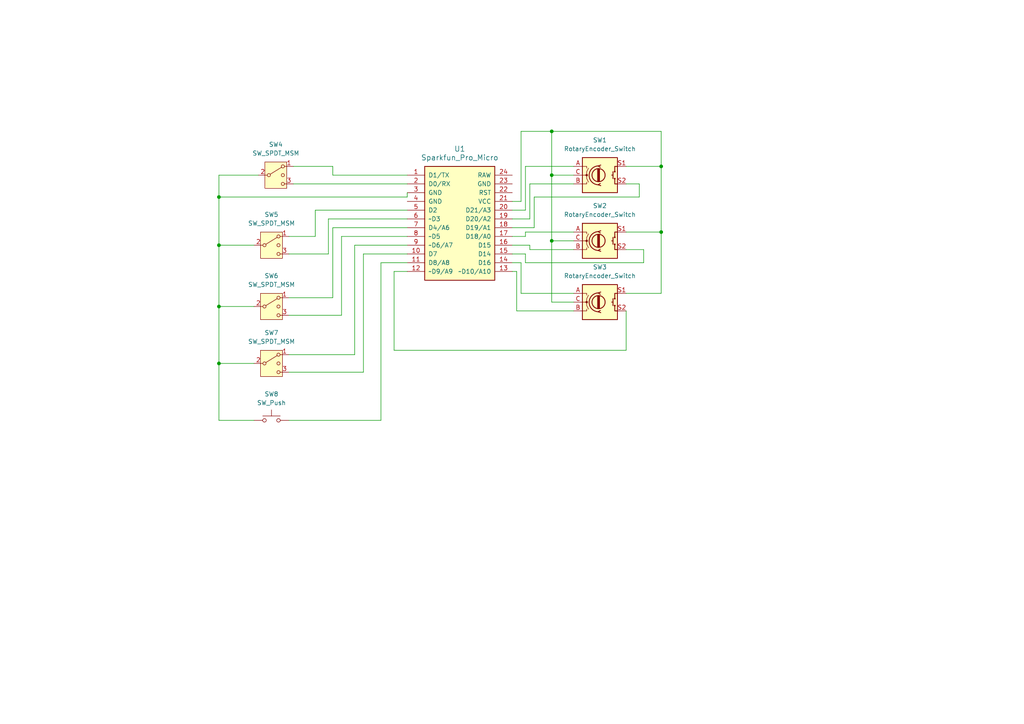
<source format=kicad_sch>
(kicad_sch
	(version 20231120)
	(generator "eeschema")
	(generator_version "8.0")
	(uuid "1e0e1b28-f6bb-4218-ab83-9b1d927bd31c")
	(paper "A4")
	(lib_symbols
		(symbol "Arduino:Sparkfun_Pro_Micro"
			(pin_names
				(offset 1.016)
			)
			(exclude_from_sim no)
			(in_bom yes)
			(on_board yes)
			(property "Reference" "U"
				(at -8.89 21.59 0)
				(effects
					(font
						(size 1.524 1.524)
					)
				)
			)
			(property "Value" "Sparkfun_Pro_Micro"
				(at 0 19.05 0)
				(effects
					(font
						(size 1.524 1.524)
					)
				)
			)
			(property "Footprint" "Arduino:Sparkfun_Pro_Micro"
				(at 0 -16.51 0)
				(effects
					(font
						(size 1.524 1.524)
					)
					(hide yes)
				)
			)
			(property "Datasheet" "https://www.sparkfun.com/products/12640"
				(at 2.54 -26.67 0)
				(effects
					(font
						(size 1.524 1.524)
					)
					(hide yes)
				)
			)
			(property "Description" "Sparkfun Pro Micro"
				(at 0 0 0)
				(effects
					(font
						(size 1.27 1.27)
					)
					(hide yes)
				)
			)
			(property "ki_keywords" "Arduino Sparkfun pro micro microcontroller module USB"
				(at 0 0 0)
				(effects
					(font
						(size 1.27 1.27)
					)
					(hide yes)
				)
			)
			(symbol "Sparkfun_Pro_Micro_0_1"
				(rectangle
					(start -10.16 17.78)
					(end 10.16 -15.24)
					(stroke
						(width 0.254)
						(type solid)
					)
					(fill
						(type background)
					)
				)
			)
			(symbol "Sparkfun_Pro_Micro_1_1"
				(pin bidirectional line
					(at -15.24 15.24 0)
					(length 5.08)
					(name "D1/TX"
						(effects
							(font
								(size 1.27 1.27)
							)
						)
					)
					(number "1"
						(effects
							(font
								(size 1.27 1.27)
							)
						)
					)
				)
				(pin bidirectional line
					(at -15.24 -7.62 0)
					(length 5.08)
					(name "D7"
						(effects
							(font
								(size 1.27 1.27)
							)
						)
					)
					(number "10"
						(effects
							(font
								(size 1.27 1.27)
							)
						)
					)
				)
				(pin bidirectional line
					(at -15.24 -10.16 0)
					(length 5.08)
					(name "D8/A8"
						(effects
							(font
								(size 1.27 1.27)
							)
						)
					)
					(number "11"
						(effects
							(font
								(size 1.27 1.27)
							)
						)
					)
				)
				(pin bidirectional line
					(at -15.24 -12.7 0)
					(length 5.08)
					(name "~D9/A9"
						(effects
							(font
								(size 1.27 1.27)
							)
						)
					)
					(number "12"
						(effects
							(font
								(size 1.27 1.27)
							)
						)
					)
				)
				(pin bidirectional line
					(at 15.24 -12.7 180)
					(length 5.08)
					(name "~D10/A10"
						(effects
							(font
								(size 1.27 1.27)
							)
						)
					)
					(number "13"
						(effects
							(font
								(size 1.27 1.27)
							)
						)
					)
				)
				(pin bidirectional line
					(at 15.24 -10.16 180)
					(length 5.08)
					(name "D16"
						(effects
							(font
								(size 1.27 1.27)
							)
						)
					)
					(number "14"
						(effects
							(font
								(size 1.27 1.27)
							)
						)
					)
				)
				(pin bidirectional line
					(at 15.24 -7.62 180)
					(length 5.08)
					(name "D14"
						(effects
							(font
								(size 1.27 1.27)
							)
						)
					)
					(number "15"
						(effects
							(font
								(size 1.27 1.27)
							)
						)
					)
				)
				(pin bidirectional line
					(at 15.24 -5.08 180)
					(length 5.08)
					(name "D15"
						(effects
							(font
								(size 1.27 1.27)
							)
						)
					)
					(number "16"
						(effects
							(font
								(size 1.27 1.27)
							)
						)
					)
				)
				(pin bidirectional line
					(at 15.24 -2.54 180)
					(length 5.08)
					(name "D18/A0"
						(effects
							(font
								(size 1.27 1.27)
							)
						)
					)
					(number "17"
						(effects
							(font
								(size 1.27 1.27)
							)
						)
					)
				)
				(pin bidirectional line
					(at 15.24 0 180)
					(length 5.08)
					(name "D19/A1"
						(effects
							(font
								(size 1.27 1.27)
							)
						)
					)
					(number "18"
						(effects
							(font
								(size 1.27 1.27)
							)
						)
					)
				)
				(pin bidirectional line
					(at 15.24 2.54 180)
					(length 5.08)
					(name "D20/A2"
						(effects
							(font
								(size 1.27 1.27)
							)
						)
					)
					(number "19"
						(effects
							(font
								(size 1.27 1.27)
							)
						)
					)
				)
				(pin bidirectional line
					(at -15.24 12.7 0)
					(length 5.08)
					(name "D0/RX"
						(effects
							(font
								(size 1.27 1.27)
							)
						)
					)
					(number "2"
						(effects
							(font
								(size 1.27 1.27)
							)
						)
					)
				)
				(pin bidirectional line
					(at 15.24 5.08 180)
					(length 5.08)
					(name "D21/A3"
						(effects
							(font
								(size 1.27 1.27)
							)
						)
					)
					(number "20"
						(effects
							(font
								(size 1.27 1.27)
							)
						)
					)
				)
				(pin power_in line
					(at 15.24 7.62 180)
					(length 5.08)
					(name "VCC"
						(effects
							(font
								(size 1.27 1.27)
							)
						)
					)
					(number "21"
						(effects
							(font
								(size 1.27 1.27)
							)
						)
					)
				)
				(pin input line
					(at 15.24 10.16 180)
					(length 5.08)
					(name "RST"
						(effects
							(font
								(size 1.27 1.27)
							)
						)
					)
					(number "22"
						(effects
							(font
								(size 1.27 1.27)
							)
						)
					)
				)
				(pin power_in line
					(at 15.24 12.7 180)
					(length 5.08)
					(name "GND"
						(effects
							(font
								(size 1.27 1.27)
							)
						)
					)
					(number "23"
						(effects
							(font
								(size 1.27 1.27)
							)
						)
					)
				)
				(pin power_in line
					(at 15.24 15.24 180)
					(length 5.08)
					(name "RAW"
						(effects
							(font
								(size 1.27 1.27)
							)
						)
					)
					(number "24"
						(effects
							(font
								(size 1.27 1.27)
							)
						)
					)
				)
				(pin power_in line
					(at -15.24 10.16 0)
					(length 5.08)
					(name "GND"
						(effects
							(font
								(size 1.27 1.27)
							)
						)
					)
					(number "3"
						(effects
							(font
								(size 1.27 1.27)
							)
						)
					)
				)
				(pin power_in line
					(at -15.24 7.62 0)
					(length 5.08)
					(name "GND"
						(effects
							(font
								(size 1.27 1.27)
							)
						)
					)
					(number "4"
						(effects
							(font
								(size 1.27 1.27)
							)
						)
					)
				)
				(pin bidirectional line
					(at -15.24 5.08 0)
					(length 5.08)
					(name "D2"
						(effects
							(font
								(size 1.27 1.27)
							)
						)
					)
					(number "5"
						(effects
							(font
								(size 1.27 1.27)
							)
						)
					)
				)
				(pin bidirectional line
					(at -15.24 2.54 0)
					(length 5.08)
					(name "~D3"
						(effects
							(font
								(size 1.27 1.27)
							)
						)
					)
					(number "6"
						(effects
							(font
								(size 1.27 1.27)
							)
						)
					)
				)
				(pin bidirectional line
					(at -15.24 0 0)
					(length 5.08)
					(name "D4/A6"
						(effects
							(font
								(size 1.27 1.27)
							)
						)
					)
					(number "7"
						(effects
							(font
								(size 1.27 1.27)
							)
						)
					)
				)
				(pin bidirectional line
					(at -15.24 -2.54 0)
					(length 5.08)
					(name "~D5"
						(effects
							(font
								(size 1.27 1.27)
							)
						)
					)
					(number "8"
						(effects
							(font
								(size 1.27 1.27)
							)
						)
					)
				)
				(pin bidirectional line
					(at -15.24 -5.08 0)
					(length 5.08)
					(name "~D6/A7"
						(effects
							(font
								(size 1.27 1.27)
							)
						)
					)
					(number "9"
						(effects
							(font
								(size 1.27 1.27)
							)
						)
					)
				)
			)
		)
		(symbol "Device:RotaryEncoder_Switch"
			(pin_names
				(offset 0.254) hide)
			(exclude_from_sim no)
			(in_bom yes)
			(on_board yes)
			(property "Reference" "SW"
				(at 0 6.604 0)
				(effects
					(font
						(size 1.27 1.27)
					)
				)
			)
			(property "Value" "RotaryEncoder_Switch"
				(at 0 -6.604 0)
				(effects
					(font
						(size 1.27 1.27)
					)
				)
			)
			(property "Footprint" ""
				(at -3.81 4.064 0)
				(effects
					(font
						(size 1.27 1.27)
					)
					(hide yes)
				)
			)
			(property "Datasheet" "~"
				(at 0 6.604 0)
				(effects
					(font
						(size 1.27 1.27)
					)
					(hide yes)
				)
			)
			(property "Description" "Rotary encoder, dual channel, incremental quadrate outputs, with switch"
				(at 0 0 0)
				(effects
					(font
						(size 1.27 1.27)
					)
					(hide yes)
				)
			)
			(property "ki_keywords" "rotary switch encoder switch push button"
				(at 0 0 0)
				(effects
					(font
						(size 1.27 1.27)
					)
					(hide yes)
				)
			)
			(property "ki_fp_filters" "RotaryEncoder*Switch*"
				(at 0 0 0)
				(effects
					(font
						(size 1.27 1.27)
					)
					(hide yes)
				)
			)
			(symbol "RotaryEncoder_Switch_0_1"
				(rectangle
					(start -5.08 5.08)
					(end 5.08 -5.08)
					(stroke
						(width 0.254)
						(type default)
					)
					(fill
						(type background)
					)
				)
				(circle
					(center -3.81 0)
					(radius 0.254)
					(stroke
						(width 0)
						(type default)
					)
					(fill
						(type outline)
					)
				)
				(circle
					(center -0.381 0)
					(radius 1.905)
					(stroke
						(width 0.254)
						(type default)
					)
					(fill
						(type none)
					)
				)
				(arc
					(start -0.381 2.667)
					(mid -3.0988 -0.0635)
					(end -0.381 -2.794)
					(stroke
						(width 0.254)
						(type default)
					)
					(fill
						(type none)
					)
				)
				(polyline
					(pts
						(xy -0.635 -1.778) (xy -0.635 1.778)
					)
					(stroke
						(width 0.254)
						(type default)
					)
					(fill
						(type none)
					)
				)
				(polyline
					(pts
						(xy -0.381 -1.778) (xy -0.381 1.778)
					)
					(stroke
						(width 0.254)
						(type default)
					)
					(fill
						(type none)
					)
				)
				(polyline
					(pts
						(xy -0.127 1.778) (xy -0.127 -1.778)
					)
					(stroke
						(width 0.254)
						(type default)
					)
					(fill
						(type none)
					)
				)
				(polyline
					(pts
						(xy 3.81 0) (xy 3.429 0)
					)
					(stroke
						(width 0.254)
						(type default)
					)
					(fill
						(type none)
					)
				)
				(polyline
					(pts
						(xy 3.81 1.016) (xy 3.81 -1.016)
					)
					(stroke
						(width 0.254)
						(type default)
					)
					(fill
						(type none)
					)
				)
				(polyline
					(pts
						(xy -5.08 -2.54) (xy -3.81 -2.54) (xy -3.81 -2.032)
					)
					(stroke
						(width 0)
						(type default)
					)
					(fill
						(type none)
					)
				)
				(polyline
					(pts
						(xy -5.08 2.54) (xy -3.81 2.54) (xy -3.81 2.032)
					)
					(stroke
						(width 0)
						(type default)
					)
					(fill
						(type none)
					)
				)
				(polyline
					(pts
						(xy 0.254 -3.048) (xy -0.508 -2.794) (xy 0.127 -2.413)
					)
					(stroke
						(width 0.254)
						(type default)
					)
					(fill
						(type none)
					)
				)
				(polyline
					(pts
						(xy 0.254 2.921) (xy -0.508 2.667) (xy 0.127 2.286)
					)
					(stroke
						(width 0.254)
						(type default)
					)
					(fill
						(type none)
					)
				)
				(polyline
					(pts
						(xy 5.08 -2.54) (xy 4.318 -2.54) (xy 4.318 -1.016)
					)
					(stroke
						(width 0.254)
						(type default)
					)
					(fill
						(type none)
					)
				)
				(polyline
					(pts
						(xy 5.08 2.54) (xy 4.318 2.54) (xy 4.318 1.016)
					)
					(stroke
						(width 0.254)
						(type default)
					)
					(fill
						(type none)
					)
				)
				(polyline
					(pts
						(xy -5.08 0) (xy -3.81 0) (xy -3.81 -1.016) (xy -3.302 -2.032)
					)
					(stroke
						(width 0)
						(type default)
					)
					(fill
						(type none)
					)
				)
				(polyline
					(pts
						(xy -4.318 0) (xy -3.81 0) (xy -3.81 1.016) (xy -3.302 2.032)
					)
					(stroke
						(width 0)
						(type default)
					)
					(fill
						(type none)
					)
				)
				(circle
					(center 4.318 -1.016)
					(radius 0.127)
					(stroke
						(width 0.254)
						(type default)
					)
					(fill
						(type none)
					)
				)
				(circle
					(center 4.318 1.016)
					(radius 0.127)
					(stroke
						(width 0.254)
						(type default)
					)
					(fill
						(type none)
					)
				)
			)
			(symbol "RotaryEncoder_Switch_1_1"
				(pin passive line
					(at -7.62 2.54 0)
					(length 2.54)
					(name "A"
						(effects
							(font
								(size 1.27 1.27)
							)
						)
					)
					(number "A"
						(effects
							(font
								(size 1.27 1.27)
							)
						)
					)
				)
				(pin passive line
					(at -7.62 -2.54 0)
					(length 2.54)
					(name "B"
						(effects
							(font
								(size 1.27 1.27)
							)
						)
					)
					(number "B"
						(effects
							(font
								(size 1.27 1.27)
							)
						)
					)
				)
				(pin passive line
					(at -7.62 0 0)
					(length 2.54)
					(name "C"
						(effects
							(font
								(size 1.27 1.27)
							)
						)
					)
					(number "C"
						(effects
							(font
								(size 1.27 1.27)
							)
						)
					)
				)
				(pin passive line
					(at 7.62 2.54 180)
					(length 2.54)
					(name "S1"
						(effects
							(font
								(size 1.27 1.27)
							)
						)
					)
					(number "S1"
						(effects
							(font
								(size 1.27 1.27)
							)
						)
					)
				)
				(pin passive line
					(at 7.62 -2.54 180)
					(length 2.54)
					(name "S2"
						(effects
							(font
								(size 1.27 1.27)
							)
						)
					)
					(number "S2"
						(effects
							(font
								(size 1.27 1.27)
							)
						)
					)
				)
			)
		)
		(symbol "Switch:SW_Push"
			(pin_numbers hide)
			(pin_names
				(offset 1.016) hide)
			(exclude_from_sim no)
			(in_bom yes)
			(on_board yes)
			(property "Reference" "SW"
				(at 1.27 2.54 0)
				(effects
					(font
						(size 1.27 1.27)
					)
					(justify left)
				)
			)
			(property "Value" "SW_Push"
				(at 0 -1.524 0)
				(effects
					(font
						(size 1.27 1.27)
					)
				)
			)
			(property "Footprint" ""
				(at 0 5.08 0)
				(effects
					(font
						(size 1.27 1.27)
					)
					(hide yes)
				)
			)
			(property "Datasheet" "~"
				(at 0 5.08 0)
				(effects
					(font
						(size 1.27 1.27)
					)
					(hide yes)
				)
			)
			(property "Description" "Push button switch, generic, two pins"
				(at 0 0 0)
				(effects
					(font
						(size 1.27 1.27)
					)
					(hide yes)
				)
			)
			(property "ki_keywords" "switch normally-open pushbutton push-button"
				(at 0 0 0)
				(effects
					(font
						(size 1.27 1.27)
					)
					(hide yes)
				)
			)
			(symbol "SW_Push_0_1"
				(circle
					(center -2.032 0)
					(radius 0.508)
					(stroke
						(width 0)
						(type default)
					)
					(fill
						(type none)
					)
				)
				(polyline
					(pts
						(xy 0 1.27) (xy 0 3.048)
					)
					(stroke
						(width 0)
						(type default)
					)
					(fill
						(type none)
					)
				)
				(polyline
					(pts
						(xy 2.54 1.27) (xy -2.54 1.27)
					)
					(stroke
						(width 0)
						(type default)
					)
					(fill
						(type none)
					)
				)
				(circle
					(center 2.032 0)
					(radius 0.508)
					(stroke
						(width 0)
						(type default)
					)
					(fill
						(type none)
					)
				)
				(pin passive line
					(at -5.08 0 0)
					(length 2.54)
					(name "1"
						(effects
							(font
								(size 1.27 1.27)
							)
						)
					)
					(number "1"
						(effects
							(font
								(size 1.27 1.27)
							)
						)
					)
				)
				(pin passive line
					(at 5.08 0 180)
					(length 2.54)
					(name "2"
						(effects
							(font
								(size 1.27 1.27)
							)
						)
					)
					(number "2"
						(effects
							(font
								(size 1.27 1.27)
							)
						)
					)
				)
			)
		)
		(symbol "Switch:SW_SPDT_MSM"
			(pin_names
				(offset 0) hide)
			(exclude_from_sim no)
			(in_bom yes)
			(on_board yes)
			(property "Reference" "SW"
				(at 0 5.08 0)
				(effects
					(font
						(size 1.27 1.27)
					)
				)
			)
			(property "Value" "SW_SPDT_MSM"
				(at 0 -5.08 0)
				(effects
					(font
						(size 1.27 1.27)
					)
				)
			)
			(property "Footprint" ""
				(at -13.97 11.43 0)
				(effects
					(font
						(size 1.27 1.27)
					)
					(hide yes)
				)
			)
			(property "Datasheet" "~"
				(at 0 -7.62 0)
				(effects
					(font
						(size 1.27 1.27)
					)
					(hide yes)
				)
			)
			(property "Description" "Switch, single pole double throw, center OFF position"
				(at 0 0 0)
				(effects
					(font
						(size 1.27 1.27)
					)
					(hide yes)
				)
			)
			(property "ki_keywords" "switch spdt single-pole double-throw ON-OFF-ON"
				(at 0 0 0)
				(effects
					(font
						(size 1.27 1.27)
					)
					(hide yes)
				)
			)
			(symbol "SW_SPDT_MSM_0_1"
				(circle
					(center -2.032 0)
					(radius 0.4572)
					(stroke
						(width 0)
						(type default)
					)
					(fill
						(type none)
					)
				)
				(polyline
					(pts
						(xy -1.651 0.254) (xy 1.651 2.286)
					)
					(stroke
						(width 0)
						(type default)
					)
					(fill
						(type none)
					)
				)
				(circle
					(center 2.032 -2.54)
					(radius 0.4572)
					(stroke
						(width 0)
						(type default)
					)
					(fill
						(type none)
					)
				)
				(circle
					(center 2.032 0)
					(radius 0.4572)
					(stroke
						(width 0)
						(type default)
					)
					(fill
						(type none)
					)
				)
				(circle
					(center 2.032 2.54)
					(radius 0.4572)
					(stroke
						(width 0)
						(type default)
					)
					(fill
						(type none)
					)
				)
			)
			(symbol "SW_SPDT_MSM_1_1"
				(rectangle
					(start -3.175 3.81)
					(end 3.175 -3.81)
					(stroke
						(width 0)
						(type default)
					)
					(fill
						(type background)
					)
				)
				(pin passive line
					(at 5.08 2.54 180)
					(length 2.54)
					(name "1"
						(effects
							(font
								(size 1.27 1.27)
							)
						)
					)
					(number "1"
						(effects
							(font
								(size 1.27 1.27)
							)
						)
					)
				)
				(pin passive line
					(at -5.08 0 0)
					(length 2.54)
					(name "3"
						(effects
							(font
								(size 1.27 1.27)
							)
						)
					)
					(number "2"
						(effects
							(font
								(size 1.27 1.27)
							)
						)
					)
				)
				(pin passive line
					(at 5.08 -2.54 180)
					(length 2.54)
					(name "4"
						(effects
							(font
								(size 1.27 1.27)
							)
						)
					)
					(number "3"
						(effects
							(font
								(size 1.27 1.27)
							)
						)
					)
				)
			)
		)
	)
	(junction
		(at 160.02 69.85)
		(diameter 0)
		(color 0 0 0 0)
		(uuid "18c21899-b1a4-4036-8212-c9bdbb419350")
	)
	(junction
		(at 160.02 38.1)
		(diameter 0)
		(color 0 0 0 0)
		(uuid "35587fb5-7354-4ef8-bacb-be70f9d618e1")
	)
	(junction
		(at 63.5 88.9)
		(diameter 0)
		(color 0 0 0 0)
		(uuid "4295781e-ced6-427b-ab18-399bb9fedddc")
	)
	(junction
		(at 191.77 67.31)
		(diameter 0)
		(color 0 0 0 0)
		(uuid "5179643c-773a-4d3a-a74e-040adc3f1fe3")
	)
	(junction
		(at 63.5 105.41)
		(diameter 0)
		(color 0 0 0 0)
		(uuid "5a136c45-3f99-406f-a7e8-502c5f411cb9")
	)
	(junction
		(at 63.5 57.15)
		(diameter 0)
		(color 0 0 0 0)
		(uuid "8074d9d1-414b-40ae-ba30-2c9aa88475e5")
	)
	(junction
		(at 191.77 48.26)
		(diameter 0)
		(color 0 0 0 0)
		(uuid "938fcb9c-0a92-46a7-9a91-3f9eca3ca18b")
	)
	(junction
		(at 63.5 71.12)
		(diameter 0)
		(color 0 0 0 0)
		(uuid "944bf16b-dcd1-4c47-ae05-b190a6579c22")
	)
	(junction
		(at 160.02 50.8)
		(diameter 0)
		(color 0 0 0 0)
		(uuid "b1fe7c0d-1d8c-45ec-b596-e625ad689dae")
	)
	(wire
		(pts
			(xy 153.67 53.34) (xy 153.67 63.5)
		)
		(stroke
			(width 0)
			(type default)
		)
		(uuid "03924337-4457-4699-aaf8-bcb774f66ed2")
	)
	(wire
		(pts
			(xy 152.4 73.66) (xy 148.59 73.66)
		)
		(stroke
			(width 0)
			(type default)
		)
		(uuid "06156011-48d9-499b-b4f3-1af770b7fce8")
	)
	(wire
		(pts
			(xy 63.5 50.8) (xy 74.93 50.8)
		)
		(stroke
			(width 0)
			(type default)
		)
		(uuid "08a657a1-3ca6-4211-9987-eddcb6d535ad")
	)
	(wire
		(pts
			(xy 152.4 76.2) (xy 186.69 76.2)
		)
		(stroke
			(width 0)
			(type default)
		)
		(uuid "08c9061a-ec17-4d1a-9f01-93d734a9ae96")
	)
	(wire
		(pts
			(xy 63.5 88.9) (xy 63.5 105.41)
		)
		(stroke
			(width 0)
			(type default)
		)
		(uuid "0ddd7936-c8b0-4d42-97e0-fd60864c7cca")
	)
	(wire
		(pts
			(xy 186.69 72.39) (xy 186.69 76.2)
		)
		(stroke
			(width 0)
			(type default)
		)
		(uuid "0f1bf3ef-6dc5-4aa4-99c6-31a897e5f46f")
	)
	(wire
		(pts
			(xy 105.41 107.95) (xy 105.41 73.66)
		)
		(stroke
			(width 0)
			(type default)
		)
		(uuid "1573d640-35b1-449b-91df-b0fee0b2acc8")
	)
	(wire
		(pts
			(xy 160.02 69.85) (xy 160.02 50.8)
		)
		(stroke
			(width 0)
			(type default)
		)
		(uuid "165e474f-c055-4586-bd26-d2616d77b0cf")
	)
	(wire
		(pts
			(xy 160.02 50.8) (xy 166.37 50.8)
		)
		(stroke
			(width 0)
			(type default)
		)
		(uuid "17ef7ba5-a27d-4711-8bf5-bcf87e233e98")
	)
	(wire
		(pts
			(xy 154.94 66.04) (xy 148.59 66.04)
		)
		(stroke
			(width 0)
			(type default)
		)
		(uuid "18ca4afa-b8e6-41be-b6fd-5e5f9f7d48f9")
	)
	(wire
		(pts
			(xy 160.02 38.1) (xy 151.13 38.1)
		)
		(stroke
			(width 0)
			(type default)
		)
		(uuid "1a9ebd07-7132-4233-98f0-ca5c1dc5419b")
	)
	(wire
		(pts
			(xy 151.13 58.42) (xy 148.59 58.42)
		)
		(stroke
			(width 0)
			(type default)
		)
		(uuid "1d4e4afb-056c-4c4b-8d1e-5f3903786794")
	)
	(wire
		(pts
			(xy 96.52 66.04) (xy 118.11 66.04)
		)
		(stroke
			(width 0)
			(type default)
		)
		(uuid "21a4ded8-ea3f-4c66-9744-2597de15075d")
	)
	(wire
		(pts
			(xy 191.77 38.1) (xy 160.02 38.1)
		)
		(stroke
			(width 0)
			(type default)
		)
		(uuid "25e228ff-523c-406b-9fca-67791f87d409")
	)
	(wire
		(pts
			(xy 166.37 69.85) (xy 160.02 69.85)
		)
		(stroke
			(width 0)
			(type default)
		)
		(uuid "28545700-cc49-4196-b475-eb8a0c59a313")
	)
	(wire
		(pts
			(xy 166.37 53.34) (xy 153.67 53.34)
		)
		(stroke
			(width 0)
			(type default)
		)
		(uuid "2888de4b-e355-44e9-8cdb-cd05377cb3a3")
	)
	(wire
		(pts
			(xy 63.5 71.12) (xy 63.5 88.9)
		)
		(stroke
			(width 0)
			(type default)
		)
		(uuid "2932c4cb-9be8-4e34-96a3-8895d8b7a2dc")
	)
	(wire
		(pts
			(xy 153.67 72.39) (xy 153.67 71.12)
		)
		(stroke
			(width 0)
			(type default)
		)
		(uuid "2aebd505-5475-4778-8140-b95e2abcc05b")
	)
	(wire
		(pts
			(xy 181.61 72.39) (xy 186.69 72.39)
		)
		(stroke
			(width 0)
			(type default)
		)
		(uuid "2c353adb-5d26-4e77-ae17-5cab07bd5b15")
	)
	(wire
		(pts
			(xy 73.66 121.92) (xy 63.5 121.92)
		)
		(stroke
			(width 0)
			(type default)
		)
		(uuid "2d54ae91-e750-4fa6-95f0-f1b821d6c411")
	)
	(wire
		(pts
			(xy 63.5 71.12) (xy 73.66 71.12)
		)
		(stroke
			(width 0)
			(type default)
		)
		(uuid "30519c8a-667e-4992-8813-f48b402ccf1f")
	)
	(wire
		(pts
			(xy 63.5 88.9) (xy 73.66 88.9)
		)
		(stroke
			(width 0)
			(type default)
		)
		(uuid "32ad655a-8519-4b3e-af6a-b7d88fc584ff")
	)
	(wire
		(pts
			(xy 105.41 73.66) (xy 118.11 73.66)
		)
		(stroke
			(width 0)
			(type default)
		)
		(uuid "338d9231-c7db-4471-a02a-cf261e2290eb")
	)
	(wire
		(pts
			(xy 185.42 53.34) (xy 185.42 57.15)
		)
		(stroke
			(width 0)
			(type default)
		)
		(uuid "35e97416-ff89-4e92-aa11-963bed0136d8")
	)
	(wire
		(pts
			(xy 191.77 85.09) (xy 191.77 67.31)
		)
		(stroke
			(width 0)
			(type default)
		)
		(uuid "36af1af2-e041-4c37-a461-7f3f1d13d0ce")
	)
	(wire
		(pts
			(xy 181.61 90.17) (xy 181.61 101.6)
		)
		(stroke
			(width 0)
			(type default)
		)
		(uuid "3938e46a-0a7b-4c65-9ee5-54bce9ef3d99")
	)
	(wire
		(pts
			(xy 153.67 71.12) (xy 148.59 71.12)
		)
		(stroke
			(width 0)
			(type default)
		)
		(uuid "3bf4f6ef-c091-45a8-b2f2-61688965d914")
	)
	(wire
		(pts
			(xy 83.82 68.58) (xy 91.44 68.58)
		)
		(stroke
			(width 0)
			(type default)
		)
		(uuid "3ce4e6ce-d934-4113-9592-0b6ee6c8ae89")
	)
	(wire
		(pts
			(xy 152.4 76.2) (xy 152.4 73.66)
		)
		(stroke
			(width 0)
			(type default)
		)
		(uuid "3ffab01c-a15a-4237-a1d0-72d5f7495365")
	)
	(wire
		(pts
			(xy 166.37 72.39) (xy 153.67 72.39)
		)
		(stroke
			(width 0)
			(type default)
		)
		(uuid "414e089e-176c-43f6-a062-ab1936119088")
	)
	(wire
		(pts
			(xy 63.5 57.15) (xy 63.5 71.12)
		)
		(stroke
			(width 0)
			(type default)
		)
		(uuid "47aa2ad9-1503-4bc9-a01a-d3299d36715d")
	)
	(wire
		(pts
			(xy 185.42 57.15) (xy 154.94 57.15)
		)
		(stroke
			(width 0)
			(type default)
		)
		(uuid "4cb0c058-364f-4d18-8f11-f264ccbc89d5")
	)
	(wire
		(pts
			(xy 160.02 87.63) (xy 160.02 69.85)
		)
		(stroke
			(width 0)
			(type default)
		)
		(uuid "5ec37ca6-2045-4ab2-b72b-4e05f399d010")
	)
	(wire
		(pts
			(xy 83.82 73.66) (xy 95.25 73.66)
		)
		(stroke
			(width 0)
			(type default)
		)
		(uuid "62e2c489-386a-4b41-8bfe-70175cfb05da")
	)
	(wire
		(pts
			(xy 181.61 101.6) (xy 114.3 101.6)
		)
		(stroke
			(width 0)
			(type default)
		)
		(uuid "68230977-59bc-4834-a111-6410e364061a")
	)
	(wire
		(pts
			(xy 148.59 63.5) (xy 153.67 63.5)
		)
		(stroke
			(width 0)
			(type default)
		)
		(uuid "6872a201-44df-4a39-81e2-99f3596f275a")
	)
	(wire
		(pts
			(xy 151.13 38.1) (xy 151.13 58.42)
		)
		(stroke
			(width 0)
			(type default)
		)
		(uuid "6b16351d-9e5b-4fd7-89d1-005c4957a0ac")
	)
	(wire
		(pts
			(xy 99.06 68.58) (xy 118.11 68.58)
		)
		(stroke
			(width 0)
			(type default)
		)
		(uuid "6b36466e-d5c6-4359-b446-40cb4a8a33e2")
	)
	(wire
		(pts
			(xy 118.11 57.15) (xy 118.11 55.88)
		)
		(stroke
			(width 0)
			(type default)
		)
		(uuid "6e42c475-6cfd-4061-a49e-fbe6c85ef1a5")
	)
	(wire
		(pts
			(xy 96.52 50.8) (xy 118.11 50.8)
		)
		(stroke
			(width 0)
			(type default)
		)
		(uuid "758926a0-8d00-4cd8-bc7f-843de5047334")
	)
	(wire
		(pts
			(xy 191.77 67.31) (xy 191.77 48.26)
		)
		(stroke
			(width 0)
			(type default)
		)
		(uuid "77587282-7646-4984-ac15-18ee4fadf2cb")
	)
	(wire
		(pts
			(xy 166.37 90.17) (xy 149.86 90.17)
		)
		(stroke
			(width 0)
			(type default)
		)
		(uuid "7768bc67-9747-4484-bb6e-d4c97c786909")
	)
	(wire
		(pts
			(xy 160.02 50.8) (xy 160.02 38.1)
		)
		(stroke
			(width 0)
			(type default)
		)
		(uuid "787c1e2b-9202-4d07-a2ae-dbbe0e0bb316")
	)
	(wire
		(pts
			(xy 83.82 102.87) (xy 102.87 102.87)
		)
		(stroke
			(width 0)
			(type default)
		)
		(uuid "7a6ebd9d-9549-4535-a30c-b1dedbc6544c")
	)
	(wire
		(pts
			(xy 152.4 68.58) (xy 148.59 68.58)
		)
		(stroke
			(width 0)
			(type default)
		)
		(uuid "831163cd-278e-40f1-95a5-80e9a32c3024")
	)
	(wire
		(pts
			(xy 91.44 60.96) (xy 118.11 60.96)
		)
		(stroke
			(width 0)
			(type default)
		)
		(uuid "854b900c-d55f-47eb-b195-67a8f5cf7c16")
	)
	(wire
		(pts
			(xy 63.5 57.15) (xy 118.11 57.15)
		)
		(stroke
			(width 0)
			(type default)
		)
		(uuid "8d43842b-209e-4e9f-8e36-898b53bf8b68")
	)
	(wire
		(pts
			(xy 99.06 91.44) (xy 99.06 68.58)
		)
		(stroke
			(width 0)
			(type default)
		)
		(uuid "8ecc0b28-5a7d-4b3f-a104-0a8871169c38")
	)
	(wire
		(pts
			(xy 152.4 67.31) (xy 166.37 67.31)
		)
		(stroke
			(width 0)
			(type default)
		)
		(uuid "8f31a2f7-3ac4-427a-a646-e413a296736b")
	)
	(wire
		(pts
			(xy 181.61 53.34) (xy 185.42 53.34)
		)
		(stroke
			(width 0)
			(type default)
		)
		(uuid "90602459-bbf4-4e08-bde6-9e974c9884b9")
	)
	(wire
		(pts
			(xy 102.87 71.12) (xy 118.11 71.12)
		)
		(stroke
			(width 0)
			(type default)
		)
		(uuid "917ba88b-c85c-4a94-bf06-00997a41a4b2")
	)
	(wire
		(pts
			(xy 91.44 68.58) (xy 91.44 60.96)
		)
		(stroke
			(width 0)
			(type default)
		)
		(uuid "93d23b30-32de-4d82-9306-642104c9bd96")
	)
	(wire
		(pts
			(xy 110.49 121.92) (xy 110.49 76.2)
		)
		(stroke
			(width 0)
			(type default)
		)
		(uuid "972bb155-1f9c-4652-8d0c-58e9d057ef1f")
	)
	(wire
		(pts
			(xy 95.25 73.66) (xy 95.25 63.5)
		)
		(stroke
			(width 0)
			(type default)
		)
		(uuid "978d9607-aee4-4e8d-8221-7174662b7805")
	)
	(wire
		(pts
			(xy 96.52 86.36) (xy 96.52 66.04)
		)
		(stroke
			(width 0)
			(type default)
		)
		(uuid "9d3f46d9-a4b9-4587-9e22-f7c6d1a86aec")
	)
	(wire
		(pts
			(xy 83.82 107.95) (xy 105.41 107.95)
		)
		(stroke
			(width 0)
			(type default)
		)
		(uuid "9e68aeb0-42ac-40ea-b59d-3dba1e01123a")
	)
	(wire
		(pts
			(xy 63.5 50.8) (xy 63.5 57.15)
		)
		(stroke
			(width 0)
			(type default)
		)
		(uuid "a063d919-74a7-409f-8480-688ba0cab162")
	)
	(wire
		(pts
			(xy 191.77 48.26) (xy 191.77 38.1)
		)
		(stroke
			(width 0)
			(type default)
		)
		(uuid "a0aaa2a7-21f2-4219-b907-b0f4afcc30b1")
	)
	(wire
		(pts
			(xy 181.61 67.31) (xy 191.77 67.31)
		)
		(stroke
			(width 0)
			(type default)
		)
		(uuid "a32028a8-71f6-4d41-b306-6c563b2e5e60")
	)
	(wire
		(pts
			(xy 83.82 91.44) (xy 99.06 91.44)
		)
		(stroke
			(width 0)
			(type default)
		)
		(uuid "a38d5d20-3c77-444c-b89a-31efb397f2ee")
	)
	(wire
		(pts
			(xy 148.59 60.96) (xy 152.4 60.96)
		)
		(stroke
			(width 0)
			(type default)
		)
		(uuid "a44ccc57-026e-4486-8259-2169009561de")
	)
	(wire
		(pts
			(xy 85.09 53.34) (xy 118.11 53.34)
		)
		(stroke
			(width 0)
			(type default)
		)
		(uuid "a5d24861-4850-4c4e-b45f-2efff01c3c67")
	)
	(wire
		(pts
			(xy 63.5 121.92) (xy 63.5 105.41)
		)
		(stroke
			(width 0)
			(type default)
		)
		(uuid "aa39256c-d020-438e-884c-81bbba6bb32e")
	)
	(wire
		(pts
			(xy 110.49 76.2) (xy 118.11 76.2)
		)
		(stroke
			(width 0)
			(type default)
		)
		(uuid "b076f8c6-a2ca-440e-8bbb-720a653042fe")
	)
	(wire
		(pts
			(xy 152.4 67.31) (xy 152.4 68.58)
		)
		(stroke
			(width 0)
			(type default)
		)
		(uuid "b252f31b-3e2e-411b-8d3c-0e8de1106401")
	)
	(wire
		(pts
			(xy 83.82 86.36) (xy 96.52 86.36)
		)
		(stroke
			(width 0)
			(type default)
		)
		(uuid "b898659c-eed9-4dc7-9154-662d7f067717")
	)
	(wire
		(pts
			(xy 63.5 105.41) (xy 73.66 105.41)
		)
		(stroke
			(width 0)
			(type default)
		)
		(uuid "ba3abd40-2493-4fa0-8376-993672116d72")
	)
	(wire
		(pts
			(xy 151.13 85.09) (xy 151.13 76.2)
		)
		(stroke
			(width 0)
			(type default)
		)
		(uuid "bd854d33-1725-4f8a-b2b6-60bb05879de1")
	)
	(wire
		(pts
			(xy 85.09 48.26) (xy 96.52 48.26)
		)
		(stroke
			(width 0)
			(type default)
		)
		(uuid "c1561853-afce-467e-84e1-b9a7abdd08c9")
	)
	(wire
		(pts
			(xy 181.61 85.09) (xy 191.77 85.09)
		)
		(stroke
			(width 0)
			(type default)
		)
		(uuid "c27a13fe-2ce4-4872-8b0f-b265e225ab6b")
	)
	(wire
		(pts
			(xy 149.86 78.74) (xy 148.59 78.74)
		)
		(stroke
			(width 0)
			(type default)
		)
		(uuid "c3703904-4df3-4641-8bcd-8e3a95920eca")
	)
	(wire
		(pts
			(xy 151.13 76.2) (xy 148.59 76.2)
		)
		(stroke
			(width 0)
			(type default)
		)
		(uuid "d22ea931-1ef5-4c34-bbfa-dc711a2a6db6")
	)
	(wire
		(pts
			(xy 152.4 48.26) (xy 152.4 60.96)
		)
		(stroke
			(width 0)
			(type default)
		)
		(uuid "d3522243-470a-448d-83bd-24a1451db6b4")
	)
	(wire
		(pts
			(xy 114.3 101.6) (xy 114.3 78.74)
		)
		(stroke
			(width 0)
			(type default)
		)
		(uuid "d40a48ea-70e2-41f3-9db5-9e0e393e5b1f")
	)
	(wire
		(pts
			(xy 83.82 121.92) (xy 110.49 121.92)
		)
		(stroke
			(width 0)
			(type default)
		)
		(uuid "d5768679-b64f-4554-ac84-16fecc72b78e")
	)
	(wire
		(pts
			(xy 96.52 48.26) (xy 96.52 50.8)
		)
		(stroke
			(width 0)
			(type default)
		)
		(uuid "d904b2fa-eddf-4249-91ae-92a8c41f6704")
	)
	(wire
		(pts
			(xy 166.37 48.26) (xy 152.4 48.26)
		)
		(stroke
			(width 0)
			(type default)
		)
		(uuid "db687a32-73cf-4567-8fb0-5c095b7c930e")
	)
	(wire
		(pts
			(xy 114.3 78.74) (xy 118.11 78.74)
		)
		(stroke
			(width 0)
			(type default)
		)
		(uuid "db7f0dfc-92b1-452c-bf90-6c7f596d90e5")
	)
	(wire
		(pts
			(xy 102.87 102.87) (xy 102.87 71.12)
		)
		(stroke
			(width 0)
			(type default)
		)
		(uuid "dce86afb-6328-4d3d-81c1-876d7c13309c")
	)
	(wire
		(pts
			(xy 149.86 90.17) (xy 149.86 78.74)
		)
		(stroke
			(width 0)
			(type default)
		)
		(uuid "df93f8db-2eea-4e08-a9e5-974c323a1a3e")
	)
	(wire
		(pts
			(xy 95.25 63.5) (xy 118.11 63.5)
		)
		(stroke
			(width 0)
			(type default)
		)
		(uuid "e264703f-9038-4ca0-89f7-148b7957ae0a")
	)
	(wire
		(pts
			(xy 166.37 85.09) (xy 151.13 85.09)
		)
		(stroke
			(width 0)
			(type default)
		)
		(uuid "e3808c1f-3e3f-4231-817b-09a1a522eb70")
	)
	(wire
		(pts
			(xy 154.94 57.15) (xy 154.94 66.04)
		)
		(stroke
			(width 0)
			(type default)
		)
		(uuid "e5951ca3-6a9b-4c4b-a8b0-7d4300f22041")
	)
	(wire
		(pts
			(xy 166.37 87.63) (xy 160.02 87.63)
		)
		(stroke
			(width 0)
			(type default)
		)
		(uuid "eeac43fd-4edb-4391-9aac-6089889d158a")
	)
	(wire
		(pts
			(xy 181.61 48.26) (xy 191.77 48.26)
		)
		(stroke
			(width 0)
			(type default)
		)
		(uuid "ffd716f6-74e8-4656-8c40-2e2cfee57a6a")
	)
	(symbol
		(lib_id "Switch:SW_SPDT_MSM")
		(at 80.01 50.8 0)
		(unit 1)
		(exclude_from_sim no)
		(in_bom yes)
		(on_board yes)
		(dnp no)
		(fields_autoplaced yes)
		(uuid "001cb362-6d57-4a50-b810-5e84dac98ef0")
		(property "Reference" "SW4"
			(at 80.01 41.91 0)
			(effects
				(font
					(size 1.27 1.27)
				)
			)
		)
		(property "Value" "SW_SPDT_MSM"
			(at 80.01 44.45 0)
			(effects
				(font
					(size 1.27 1.27)
				)
			)
		)
		(property "Footprint" ""
			(at 66.04 39.37 0)
			(effects
				(font
					(size 1.27 1.27)
				)
				(hide yes)
			)
		)
		(property "Datasheet" "~"
			(at 80.01 58.42 0)
			(effects
				(font
					(size 1.27 1.27)
				)
				(hide yes)
			)
		)
		(property "Description" "Switch, single pole double throw, center OFF position"
			(at 80.01 50.8 0)
			(effects
				(font
					(size 1.27 1.27)
				)
				(hide yes)
			)
		)
		(pin "1"
			(uuid "31d4b73c-507e-4b12-bf82-2266e64a0915")
		)
		(pin "3"
			(uuid "5733b62d-f3d3-4cfa-b465-6749a73af51a")
		)
		(pin "2"
			(uuid "0ab54408-36dc-492e-98a4-7705b233f506")
		)
		(instances
			(project ""
				(path "/1e0e1b28-f6bb-4218-ab83-9b1d927bd31c"
					(reference "SW4")
					(unit 1)
				)
			)
		)
	)
	(symbol
		(lib_id "Switch:SW_Push")
		(at 78.74 121.92 0)
		(unit 1)
		(exclude_from_sim no)
		(in_bom yes)
		(on_board yes)
		(dnp no)
		(fields_autoplaced yes)
		(uuid "302b391b-1a6d-46df-9095-bc7d34ec070a")
		(property "Reference" "SW8"
			(at 78.74 114.3 0)
			(effects
				(font
					(size 1.27 1.27)
				)
			)
		)
		(property "Value" "SW_Push"
			(at 78.74 116.84 0)
			(effects
				(font
					(size 1.27 1.27)
				)
			)
		)
		(property "Footprint" ""
			(at 78.74 116.84 0)
			(effects
				(font
					(size 1.27 1.27)
				)
				(hide yes)
			)
		)
		(property "Datasheet" "~"
			(at 78.74 116.84 0)
			(effects
				(font
					(size 1.27 1.27)
				)
				(hide yes)
			)
		)
		(property "Description" "Push button switch, generic, two pins"
			(at 78.74 121.92 0)
			(effects
				(font
					(size 1.27 1.27)
				)
				(hide yes)
			)
		)
		(pin "1"
			(uuid "05d39d4f-5b56-4008-810f-490893ae2d3d")
		)
		(pin "2"
			(uuid "4b61f556-fb70-40f7-b78e-e813a5522780")
		)
		(instances
			(project ""
				(path "/1e0e1b28-f6bb-4218-ab83-9b1d927bd31c"
					(reference "SW8")
					(unit 1)
				)
			)
		)
	)
	(symbol
		(lib_id "Arduino:Sparkfun_Pro_Micro")
		(at 133.35 66.04 0)
		(unit 1)
		(exclude_from_sim no)
		(in_bom yes)
		(on_board yes)
		(dnp no)
		(fields_autoplaced yes)
		(uuid "5dae729d-8873-4d7b-8287-39bf283b8b2a")
		(property "Reference" "U1"
			(at 133.35 43.18 0)
			(effects
				(font
					(size 1.524 1.524)
				)
			)
		)
		(property "Value" "Sparkfun_Pro_Micro"
			(at 133.35 45.72 0)
			(effects
				(font
					(size 1.524 1.524)
				)
			)
		)
		(property "Footprint" "Arduino:Sparkfun_Pro_Micro"
			(at 133.35 82.55 0)
			(effects
				(font
					(size 1.524 1.524)
				)
				(hide yes)
			)
		)
		(property "Datasheet" "https://www.sparkfun.com/products/12640"
			(at 135.89 92.71 0)
			(effects
				(font
					(size 1.524 1.524)
				)
				(hide yes)
			)
		)
		(property "Description" "Sparkfun Pro Micro"
			(at 133.35 66.04 0)
			(effects
				(font
					(size 1.27 1.27)
				)
				(hide yes)
			)
		)
		(pin "14"
			(uuid "b77745b7-31dd-4ebf-9ae5-e0a7e6c91252")
		)
		(pin "6"
			(uuid "1fa05c53-c99b-4a8b-80ce-12452c6bd65e")
		)
		(pin "12"
			(uuid "e2899228-0686-4956-8953-c57f3bfa5553")
		)
		(pin "4"
			(uuid "9465c6c8-222f-4cf3-8a72-833907c20847")
		)
		(pin "23"
			(uuid "a0dd7d0a-edd3-4050-9397-55aacbb0b212")
		)
		(pin "24"
			(uuid "5dba390d-0e5c-4c03-aee1-c586492c2f50")
		)
		(pin "5"
			(uuid "c34c4a45-3b71-4551-a1fe-edb99146f548")
		)
		(pin "15"
			(uuid "846d5db4-e27d-4527-920c-81e484017518")
		)
		(pin "9"
			(uuid "86125ec1-8f3f-491c-bcc2-45703335bf33")
		)
		(pin "10"
			(uuid "e99a18c0-c2d5-4dd6-a2ba-400784c94cf8")
		)
		(pin "16"
			(uuid "ac6e3e8d-c00e-4575-b568-a0325d46c714")
		)
		(pin "1"
			(uuid "af9258c5-e5d7-43ab-bd6f-5380f3457ccd")
		)
		(pin "2"
			(uuid "98f9c37f-f42d-42fe-bb87-fd35e98c519b")
		)
		(pin "20"
			(uuid "e7b8990b-f65a-45e2-8730-1abecae0b5a5")
		)
		(pin "8"
			(uuid "6a41495d-e439-4356-bddc-9e2e51c81408")
		)
		(pin "3"
			(uuid "2b9a033d-a2dd-469a-aad2-d7f3fb699bc3")
		)
		(pin "13"
			(uuid "6e47fbc7-9658-48d8-a14d-65b6b0de49b7")
		)
		(pin "17"
			(uuid "e1e7fee9-ddb0-42e9-86fe-3fcf58ee75e3")
		)
		(pin "11"
			(uuid "86159c0c-425a-4ff4-bb31-e30a9f4aaa98")
		)
		(pin "19"
			(uuid "dc5aefaf-80b7-4995-a871-148168215a4a")
		)
		(pin "22"
			(uuid "3db6437a-9cd3-4a5c-8c33-c60617bb2fa6")
		)
		(pin "21"
			(uuid "3e18f3ce-1cb4-47c3-98a8-848c0d7078bf")
		)
		(pin "7"
			(uuid "d42f5942-1c7c-463a-9ddf-bc0eb318bff9")
		)
		(pin "18"
			(uuid "b9a40140-7b92-4723-8a37-4ebee66e439c")
		)
		(instances
			(project ""
				(path "/1e0e1b28-f6bb-4218-ab83-9b1d927bd31c"
					(reference "U1")
					(unit 1)
				)
			)
		)
	)
	(symbol
		(lib_id "Switch:SW_SPDT_MSM")
		(at 78.74 105.41 0)
		(unit 1)
		(exclude_from_sim no)
		(in_bom yes)
		(on_board yes)
		(dnp no)
		(fields_autoplaced yes)
		(uuid "88d3f354-09e7-4c84-bfb3-988302ae734e")
		(property "Reference" "SW7"
			(at 78.74 96.52 0)
			(effects
				(font
					(size 1.27 1.27)
				)
			)
		)
		(property "Value" "SW_SPDT_MSM"
			(at 78.74 99.06 0)
			(effects
				(font
					(size 1.27 1.27)
				)
			)
		)
		(property "Footprint" ""
			(at 64.77 93.98 0)
			(effects
				(font
					(size 1.27 1.27)
				)
				(hide yes)
			)
		)
		(property "Datasheet" "~"
			(at 78.74 113.03 0)
			(effects
				(font
					(size 1.27 1.27)
				)
				(hide yes)
			)
		)
		(property "Description" "Switch, single pole double throw, center OFF position"
			(at 78.74 105.41 0)
			(effects
				(font
					(size 1.27 1.27)
				)
				(hide yes)
			)
		)
		(pin "1"
			(uuid "83ba98fe-26ab-49f8-8c43-5c73a1016569")
		)
		(pin "3"
			(uuid "276fdc45-48a2-4183-877c-f1260fa9b326")
		)
		(pin "2"
			(uuid "b78d6527-3e02-4062-8e57-5c0ca416f4fa")
		)
		(instances
			(project "dcs_control"
				(path "/1e0e1b28-f6bb-4218-ab83-9b1d927bd31c"
					(reference "SW7")
					(unit 1)
				)
			)
		)
	)
	(symbol
		(lib_id "Device:RotaryEncoder_Switch")
		(at 173.99 50.8 0)
		(unit 1)
		(exclude_from_sim no)
		(in_bom yes)
		(on_board yes)
		(dnp no)
		(fields_autoplaced yes)
		(uuid "9606c1d8-5b6a-4e67-a35d-e8e1ef8d7480")
		(property "Reference" "SW1"
			(at 173.99 40.64 0)
			(effects
				(font
					(size 1.27 1.27)
				)
			)
		)
		(property "Value" "RotaryEncoder_Switch"
			(at 173.99 43.18 0)
			(effects
				(font
					(size 1.27 1.27)
				)
			)
		)
		(property "Footprint" ""
			(at 170.18 46.736 0)
			(effects
				(font
					(size 1.27 1.27)
				)
				(hide yes)
			)
		)
		(property "Datasheet" "~"
			(at 173.99 44.196 0)
			(effects
				(font
					(size 1.27 1.27)
				)
				(hide yes)
			)
		)
		(property "Description" "Rotary encoder, dual channel, incremental quadrate outputs, with switch"
			(at 173.99 50.8 0)
			(effects
				(font
					(size 1.27 1.27)
				)
				(hide yes)
			)
		)
		(pin "S1"
			(uuid "0d04d9a9-f950-40ea-9b3f-e539394c8a5c")
		)
		(pin "B"
			(uuid "5837eec6-23b0-4316-89f3-7f16e51a461d")
		)
		(pin "C"
			(uuid "7961cf29-6c7f-47a2-b56a-b029ca8f9c8c")
		)
		(pin "S2"
			(uuid "15494781-34a6-40e5-b686-c3c292acb1b6")
		)
		(pin "A"
			(uuid "4c2f67ec-6ef5-4020-a8db-33f14b10ed63")
		)
		(instances
			(project ""
				(path "/1e0e1b28-f6bb-4218-ab83-9b1d927bd31c"
					(reference "SW1")
					(unit 1)
				)
			)
		)
	)
	(symbol
		(lib_id "Switch:SW_SPDT_MSM")
		(at 78.74 88.9 0)
		(unit 1)
		(exclude_from_sim no)
		(in_bom yes)
		(on_board yes)
		(dnp no)
		(fields_autoplaced yes)
		(uuid "c5117de3-951e-41ee-87dc-260d6505e649")
		(property "Reference" "SW6"
			(at 78.74 80.01 0)
			(effects
				(font
					(size 1.27 1.27)
				)
			)
		)
		(property "Value" "SW_SPDT_MSM"
			(at 78.74 82.55 0)
			(effects
				(font
					(size 1.27 1.27)
				)
			)
		)
		(property "Footprint" ""
			(at 64.77 77.47 0)
			(effects
				(font
					(size 1.27 1.27)
				)
				(hide yes)
			)
		)
		(property "Datasheet" "~"
			(at 78.74 96.52 0)
			(effects
				(font
					(size 1.27 1.27)
				)
				(hide yes)
			)
		)
		(property "Description" "Switch, single pole double throw, center OFF position"
			(at 78.74 88.9 0)
			(effects
				(font
					(size 1.27 1.27)
				)
				(hide yes)
			)
		)
		(pin "1"
			(uuid "5044170e-5f98-4d59-b97f-40bf56f84443")
		)
		(pin "3"
			(uuid "2634919c-bad7-4f7f-94f7-d73ef145de02")
		)
		(pin "2"
			(uuid "0660e460-176f-4f4c-9645-813feb942435")
		)
		(instances
			(project "dcs_control"
				(path "/1e0e1b28-f6bb-4218-ab83-9b1d927bd31c"
					(reference "SW6")
					(unit 1)
				)
			)
		)
	)
	(symbol
		(lib_id "Switch:SW_SPDT_MSM")
		(at 78.74 71.12 0)
		(unit 1)
		(exclude_from_sim no)
		(in_bom yes)
		(on_board yes)
		(dnp no)
		(fields_autoplaced yes)
		(uuid "dda1753b-cb7d-4e96-a0a8-01a6e16c3557")
		(property "Reference" "SW5"
			(at 78.74 62.23 0)
			(effects
				(font
					(size 1.27 1.27)
				)
			)
		)
		(property "Value" "SW_SPDT_MSM"
			(at 78.74 64.77 0)
			(effects
				(font
					(size 1.27 1.27)
				)
			)
		)
		(property "Footprint" ""
			(at 64.77 59.69 0)
			(effects
				(font
					(size 1.27 1.27)
				)
				(hide yes)
			)
		)
		(property "Datasheet" "~"
			(at 78.74 78.74 0)
			(effects
				(font
					(size 1.27 1.27)
				)
				(hide yes)
			)
		)
		(property "Description" "Switch, single pole double throw, center OFF position"
			(at 78.74 71.12 0)
			(effects
				(font
					(size 1.27 1.27)
				)
				(hide yes)
			)
		)
		(pin "1"
			(uuid "853ef2e0-9764-467b-92e4-b12574864d43")
		)
		(pin "3"
			(uuid "9d4c49f8-b584-4523-9068-46408eb5c671")
		)
		(pin "2"
			(uuid "eb92abce-7d7e-45c7-a34e-096d779308ff")
		)
		(instances
			(project "dcs_control"
				(path "/1e0e1b28-f6bb-4218-ab83-9b1d927bd31c"
					(reference "SW5")
					(unit 1)
				)
			)
		)
	)
	(symbol
		(lib_id "Device:RotaryEncoder_Switch")
		(at 173.99 69.85 0)
		(unit 1)
		(exclude_from_sim no)
		(in_bom yes)
		(on_board yes)
		(dnp no)
		(fields_autoplaced yes)
		(uuid "e7061bb0-c2b7-40c7-b513-7b1175a0671b")
		(property "Reference" "SW2"
			(at 173.99 59.69 0)
			(effects
				(font
					(size 1.27 1.27)
				)
			)
		)
		(property "Value" "RotaryEncoder_Switch"
			(at 173.99 62.23 0)
			(effects
				(font
					(size 1.27 1.27)
				)
			)
		)
		(property "Footprint" ""
			(at 170.18 65.786 0)
			(effects
				(font
					(size 1.27 1.27)
				)
				(hide yes)
			)
		)
		(property "Datasheet" "~"
			(at 173.99 63.246 0)
			(effects
				(font
					(size 1.27 1.27)
				)
				(hide yes)
			)
		)
		(property "Description" "Rotary encoder, dual channel, incremental quadrate outputs, with switch"
			(at 173.99 69.85 0)
			(effects
				(font
					(size 1.27 1.27)
				)
				(hide yes)
			)
		)
		(pin "S1"
			(uuid "0dbcffc1-7906-4b68-9c89-e6b7be63c443")
		)
		(pin "B"
			(uuid "01cd9829-b270-495f-af26-5d835d3c528a")
		)
		(pin "C"
			(uuid "4876c1d3-fd2d-461f-9374-0e674f70bdfb")
		)
		(pin "S2"
			(uuid "8f35e08b-35a0-4472-b8df-d24d1e3b3323")
		)
		(pin "A"
			(uuid "3a26c06b-39ce-4cf4-83f1-defd4cd274bb")
		)
		(instances
			(project "dcs_control"
				(path "/1e0e1b28-f6bb-4218-ab83-9b1d927bd31c"
					(reference "SW2")
					(unit 1)
				)
			)
		)
	)
	(symbol
		(lib_id "Device:RotaryEncoder_Switch")
		(at 173.99 87.63 0)
		(unit 1)
		(exclude_from_sim no)
		(in_bom yes)
		(on_board yes)
		(dnp no)
		(fields_autoplaced yes)
		(uuid "ec3264a7-f8b4-40e4-9248-884ddd9fe114")
		(property "Reference" "SW3"
			(at 173.99 77.47 0)
			(effects
				(font
					(size 1.27 1.27)
				)
			)
		)
		(property "Value" "RotaryEncoder_Switch"
			(at 173.99 80.01 0)
			(effects
				(font
					(size 1.27 1.27)
				)
			)
		)
		(property "Footprint" ""
			(at 170.18 83.566 0)
			(effects
				(font
					(size 1.27 1.27)
				)
				(hide yes)
			)
		)
		(property "Datasheet" "~"
			(at 173.99 81.026 0)
			(effects
				(font
					(size 1.27 1.27)
				)
				(hide yes)
			)
		)
		(property "Description" "Rotary encoder, dual channel, incremental quadrate outputs, with switch"
			(at 173.99 87.63 0)
			(effects
				(font
					(size 1.27 1.27)
				)
				(hide yes)
			)
		)
		(pin "S1"
			(uuid "e0330671-ef39-4725-8e0a-1ac9e3d2cdbd")
		)
		(pin "B"
			(uuid "0f599d70-d62a-4464-b201-fd3adeb01b80")
		)
		(pin "C"
			(uuid "114dbc62-47b0-4126-af07-ab700b326494")
		)
		(pin "S2"
			(uuid "47b800fc-4cdb-4445-ab33-2d3c80cf031d")
		)
		(pin "A"
			(uuid "5950a0ef-d972-4309-a2f3-23652402b615")
		)
		(instances
			(project "dcs_control"
				(path "/1e0e1b28-f6bb-4218-ab83-9b1d927bd31c"
					(reference "SW3")
					(unit 1)
				)
			)
		)
	)
	(sheet_instances
		(path "/"
			(page "1")
		)
	)
)

</source>
